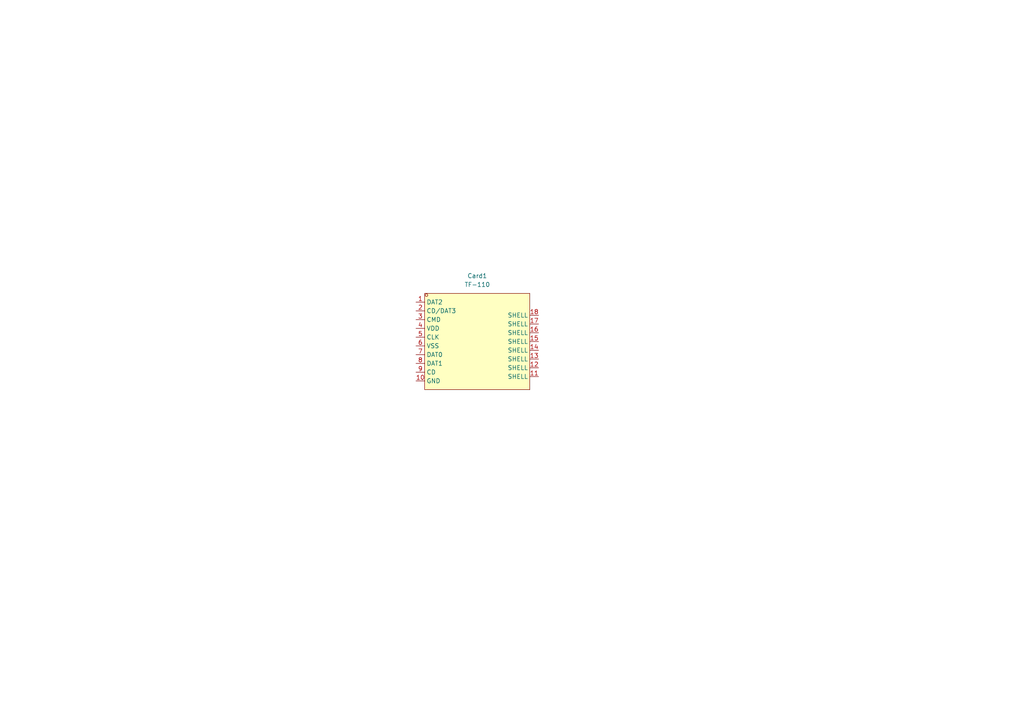
<source format=kicad_sch>
(kicad_sch (version 20250114) (generator "eeschema") (generator_version "9.0")
  (paper "A4")
  (title_block (date "2025-02-20") (rev "V0.1") (company "Matthew Spotten"))
  (lib_symbols
    (symbol "easyeda:TF-110"
      (property "Reference" "Card" (at 0 16.51 0))
      (property "Value" "TF-110" (at 0 -16.51 0))
      (symbol "TF-110_0_1"
        (rectangle (start -15.24 13.97) (end 15.24 -13.97) (fill (type background)))
        (circle (center -14.73 13.46) (radius 0.38))
        (pin unspecified line (at -17.78 11.43 0) (length 2.54) (name "DAT2") (number "1"))
        (pin unspecified line (at -17.78 8.89 0) (length 2.54) (name "CD/DAT3") (number "2"))
        (pin unspecified line (at -17.78 6.35 0) (length 2.54) (name "CMD") (number "3"))
        (pin unspecified line (at -17.78 3.81 0) (length 2.54) (name "VDD") (number "4"))
        (pin unspecified line (at -17.78 1.27 0) (length 2.54) (name "CLK") (number "5"))
        (pin unspecified line (at -17.78 -1.27 0) (length 2.54) (name "VSS") (number "6"))
        (pin unspecified line (at -17.78 -3.81 0) (length 2.54) (name "DAT0") (number "7"))
        (pin unspecified line (at -17.78 -6.35 0) (length 2.54) (name "DAT1") (number "8"))
        (pin unspecified line (at -17.78 -8.89 0) (length 2.54) (name "CD") (number "9"))
        (pin unspecified line (at -17.78 -11.43 0) (length 2.54) (name "GND") (number "10"))
        (pin unspecified line (at 17.78 7.62 180) (length 2.54) (name "SHELL") (number "18"))
        (pin unspecified line (at 17.78 5.08 180) (length 2.54) (name "SHELL") (number "17"))
        (pin unspecified line (at 17.78 2.54 180) (length 2.54) (name "SHELL") (number "16"))
        (pin unspecified line (at 17.78 0 180) (length 2.54) (name "SHELL") (number "15"))
        (pin unspecified line (at 17.78 -2.54 180) (length 2.54) (name "SHELL") (number "14"))
        (pin unspecified line (at 17.78 -5.08 180) (length 2.54) (name "SHELL") (number "13"))
        (pin unspecified line (at 17.78 -7.62 180) (length 2.54) (name "SHELL") (number "12"))
        (pin unspecified line (at 17.78 -10.16 180) (length 2.54) (name "SHELL") (number "11"))
      )
    )
  )
  (symbol (lib_id "easyeda:TF-110") (at 138.43 99.06 0) (unit 1)
    (property "Reference" "Card1" (at 138.43 80.01 0))
    (property "Value" "TF-110" (at 138.43 82.55 0))
    (property "Footprint" "easyeda:TF-SMD_TF-110" (effects (hide yes)))
    (property "Datasheet" "https://lcsc.com/product-detail/Connector-Card-Sockets_XUNPU-TF-110_C266613.html" (effects (hide yes)))
    (property "LCSC Part" "C266613" (effects (hide yes)))
  )
)
</source>
